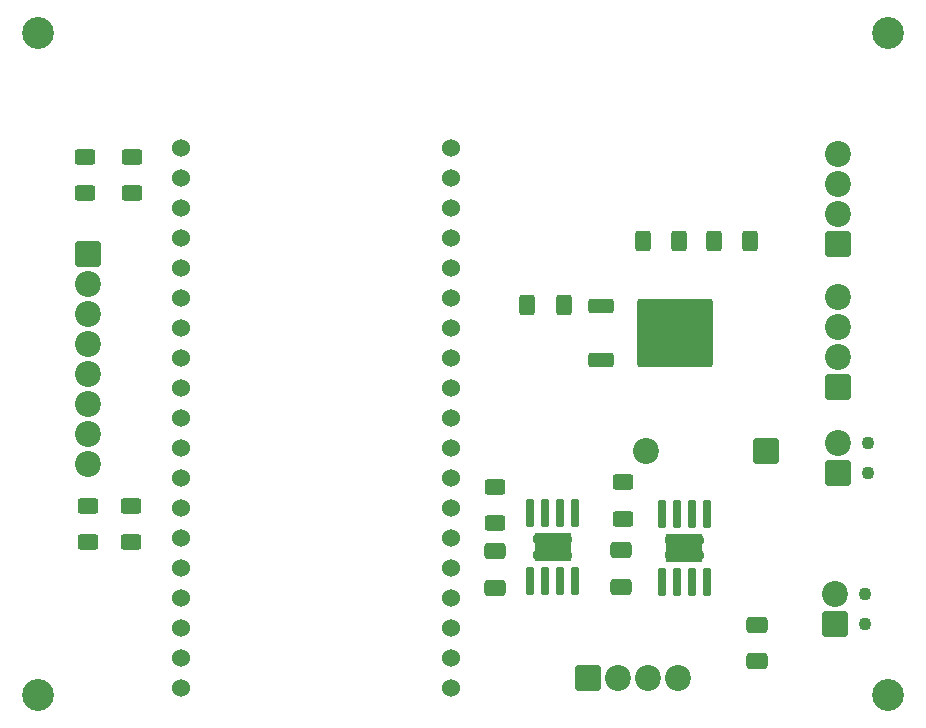
<source format=gts>
%TF.GenerationSoftware,KiCad,Pcbnew,9.0.5*%
%TF.CreationDate,2025-11-06T15:20:43-08:00*%
%TF.ProjectId,ME507-EMBER,4d453530-372d-4454-9d42-45522e6b6963,rev?*%
%TF.SameCoordinates,Original*%
%TF.FileFunction,Soldermask,Top*%
%TF.FilePolarity,Negative*%
%FSLAX46Y46*%
G04 Gerber Fmt 4.6, Leading zero omitted, Abs format (unit mm)*
G04 Created by KiCad (PCBNEW 9.0.5) date 2025-11-06 15:20:43*
%MOMM*%
%LPD*%
G01*
G04 APERTURE LIST*
G04 Aperture macros list*
%AMRoundRect*
0 Rectangle with rounded corners*
0 $1 Rounding radius*
0 $2 $3 $4 $5 $6 $7 $8 $9 X,Y pos of 4 corners*
0 Add a 4 corners polygon primitive as box body*
4,1,4,$2,$3,$4,$5,$6,$7,$8,$9,$2,$3,0*
0 Add four circle primitives for the rounded corners*
1,1,$1+$1,$2,$3*
1,1,$1+$1,$4,$5*
1,1,$1+$1,$6,$7*
1,1,$1+$1,$8,$9*
0 Add four rect primitives between the rounded corners*
20,1,$1+$1,$2,$3,$4,$5,0*
20,1,$1+$1,$4,$5,$6,$7,0*
20,1,$1+$1,$6,$7,$8,$9,0*
20,1,$1+$1,$8,$9,$2,$3,0*%
G04 Aperture macros list end*
%ADD10RoundRect,0.250000X-0.625000X0.400000X-0.625000X-0.400000X0.625000X-0.400000X0.625000X0.400000X0*%
%ADD11RoundRect,0.250000X0.625000X-0.400000X0.625000X0.400000X-0.625000X0.400000X-0.625000X-0.400000X0*%
%ADD12RoundRect,0.250000X0.650000X-0.412500X0.650000X0.412500X-0.650000X0.412500X-0.650000X-0.412500X0*%
%ADD13RoundRect,0.249999X0.850001X-0.850001X0.850001X0.850001X-0.850001X0.850001X-0.850001X-0.850001X0*%
%ADD14C,2.200000*%
%ADD15C,2.700000*%
%ADD16C,1.524000*%
%ADD17R,3.100000X2.400000*%
%ADD18RoundRect,0.070000X-0.250000X1.100000X-0.250000X-1.100000X0.250000X-1.100000X0.250000X1.100000X0*%
%ADD19C,0.770000*%
%ADD20RoundRect,0.250000X-0.650000X0.412500X-0.650000X-0.412500X0.650000X-0.412500X0.650000X0.412500X0*%
%ADD21RoundRect,0.249999X-0.850001X-0.850001X0.850001X-0.850001X0.850001X0.850001X-0.850001X0.850001X0*%
%ADD22RoundRect,0.250000X0.400000X0.625000X-0.400000X0.625000X-0.400000X-0.625000X0.400000X-0.625000X0*%
%ADD23C,1.100000*%
%ADD24RoundRect,0.250000X-0.850000X-0.350000X0.850000X-0.350000X0.850000X0.350000X-0.850000X0.350000X0*%
%ADD25RoundRect,0.249997X-2.950003X-2.650003X2.950003X-2.650003X2.950003X2.650003X-2.950003X2.650003X0*%
%ADD26RoundRect,0.250000X-0.400000X-0.625000X0.400000X-0.625000X0.400000X0.625000X-0.400000X0.625000X0*%
%ADD27RoundRect,0.249999X0.850001X0.850001X-0.850001X0.850001X-0.850001X-0.850001X0.850001X-0.850001X0*%
%ADD28RoundRect,0.249999X-0.850001X0.850001X-0.850001X-0.850001X0.850001X-0.850001X0.850001X0.850001X0*%
G04 APERTURE END LIST*
D10*
%TO.C,R3*%
X45200000Y-70980000D03*
X45200000Y-74080000D03*
%TD*%
D11*
%TO.C,R2*%
X45000000Y-44550000D03*
X45000000Y-41450000D03*
%TD*%
D12*
%TO.C,C1*%
X90360000Y-77885000D03*
X90360000Y-74760000D03*
%TD*%
D10*
%TO.C,R8*%
X79700000Y-69380000D03*
X79700000Y-72480000D03*
%TD*%
D13*
%TO.C,J2*%
X108720000Y-48860000D03*
D14*
X108720000Y-46320000D03*
X108720000Y-43780000D03*
X108720000Y-41240000D03*
%TD*%
D12*
%TO.C,C3*%
X79730000Y-77992500D03*
X79730000Y-74867500D03*
%TD*%
D10*
%TO.C,R4*%
X48840000Y-70980000D03*
X48840000Y-74080000D03*
%TD*%
D15*
%TO.C,H3*%
X41000000Y-87000000D03*
%TD*%
D10*
%TO.C,R9*%
X90530000Y-68982500D03*
X90530000Y-72082500D03*
%TD*%
D16*
%TO.C,ESP32*%
X53080000Y-40698283D03*
X53080000Y-43238283D03*
X53080000Y-45778283D03*
X53080000Y-48318283D03*
X53080000Y-50858283D03*
X53080000Y-53398283D03*
X53080000Y-55938283D03*
X53080000Y-58478283D03*
X53080000Y-61018283D03*
X53080000Y-63558283D03*
X53080000Y-66098283D03*
X53080000Y-68638283D03*
X53080000Y-71178283D03*
X53080000Y-73718283D03*
X53080000Y-76258283D03*
X53080000Y-78798283D03*
X53080000Y-81338283D03*
X53080000Y-83878283D03*
X53080000Y-86418283D03*
X75940000Y-86418283D03*
X75940000Y-83878283D03*
X75940000Y-81338283D03*
X75940000Y-78798283D03*
X75940000Y-76258283D03*
X75940000Y-73718283D03*
X75940000Y-71178283D03*
X75940000Y-68638283D03*
X75940000Y-66098283D03*
X75940000Y-63558283D03*
X75940000Y-61018283D03*
X75940000Y-58478283D03*
X75940000Y-55938283D03*
X75940000Y-53398283D03*
X75940000Y-50858283D03*
X75940000Y-48318283D03*
X75940000Y-45778283D03*
X75940000Y-43238283D03*
X75940000Y-40698283D03*
%TD*%
D15*
%TO.C,H2*%
X113000000Y-31000000D03*
%TD*%
D17*
%TO.C,U2*%
X95715000Y-74545000D03*
D18*
X97620000Y-71670000D03*
X96350000Y-71670000D03*
X95080000Y-71670000D03*
X93810000Y-71670000D03*
X93810000Y-77420000D03*
X95080000Y-77420000D03*
X96350000Y-77420000D03*
X97620000Y-77420000D03*
D19*
X97015000Y-73895000D03*
X95715000Y-73895000D03*
X94415000Y-73895000D03*
X97015000Y-75195000D03*
X95715000Y-75195000D03*
X94415000Y-75195000D03*
%TD*%
D20*
%TO.C,C4*%
X101850000Y-81057500D03*
X101850000Y-84182500D03*
%TD*%
D21*
%TO.C,J4*%
X87560000Y-85610000D03*
D14*
X90100000Y-85610000D03*
X92640000Y-85610000D03*
X95180000Y-85610000D03*
%TD*%
D22*
%TO.C,R6*%
X101310000Y-48560000D03*
X98210000Y-48560000D03*
%TD*%
D23*
%TO.C,J1*%
X111300000Y-68190000D03*
X111300000Y-65650000D03*
D13*
X108760000Y-68190000D03*
D14*
X108760000Y-65650000D03*
%TD*%
D24*
%TO.C,Q1*%
X88665000Y-54115000D03*
D25*
X94965000Y-56395000D03*
D24*
X88665000Y-58675000D03*
%TD*%
D15*
%TO.C,H4*%
X113000000Y-87000000D03*
%TD*%
D26*
%TO.C,R7*%
X82400000Y-54000000D03*
X85500000Y-54000000D03*
%TD*%
D11*
%TO.C,R1*%
X49000000Y-44550000D03*
X49000000Y-41450000D03*
%TD*%
D27*
%TO.C,D1*%
X102650000Y-66380000D03*
D14*
X92490000Y-66380000D03*
%TD*%
D15*
%TO.C,H1*%
X41000000Y-31000000D03*
%TD*%
D23*
%TO.C,J3*%
X111000000Y-81040000D03*
X111000000Y-78500000D03*
D13*
X108460000Y-81040000D03*
D14*
X108460000Y-78500000D03*
%TD*%
D26*
%TO.C,R5*%
X92190000Y-48570000D03*
X95290000Y-48570000D03*
%TD*%
D17*
%TO.C,U1*%
X84575000Y-74495000D03*
D18*
X86480000Y-71620000D03*
X85210000Y-71620000D03*
X83940000Y-71620000D03*
X82670000Y-71620000D03*
X82670000Y-77370000D03*
X83940000Y-77370000D03*
X85210000Y-77370000D03*
X86480000Y-77370000D03*
D19*
X85875000Y-73845000D03*
X84575000Y-73845000D03*
X83275000Y-73845000D03*
X85875000Y-75145000D03*
X84575000Y-75145000D03*
X83275000Y-75145000D03*
%TD*%
D13*
%TO.C,J6*%
X108770000Y-60960000D03*
D14*
X108770000Y-58420000D03*
X108770000Y-55880000D03*
X108770000Y-53340000D03*
%TD*%
D28*
%TO.C,J5*%
X45240000Y-49710000D03*
D14*
X45240000Y-52250000D03*
X45240000Y-54790000D03*
X45240000Y-57330000D03*
X45240000Y-59870000D03*
X45240000Y-62410000D03*
X45240000Y-64950000D03*
X45240000Y-67490000D03*
%TD*%
M02*

</source>
